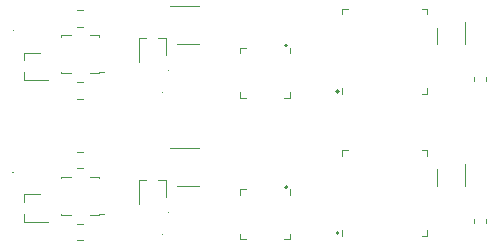
<source format=gbr>
G04 #@! TF.GenerationSoftware,KiCad,Pcbnew,(5.1.6)-1*
G04 #@! TF.CreationDate,2020-08-07T13:14:43+02:00*
G04 #@! TF.ProjectId,panelized,70616e65-6c69-47a6-9564-2e6b69636164,rev?*
G04 #@! TF.SameCoordinates,Original*
G04 #@! TF.FileFunction,Legend,Top*
G04 #@! TF.FilePolarity,Positive*
%FSLAX46Y46*%
G04 Gerber Fmt 4.6, Leading zero omitted, Abs format (unit mm)*
G04 Created by KiCad (PCBNEW (5.1.6)-1) date 2020-08-07 13:14:43*
%MOMM*%
%LPD*%
G01*
G04 APERTURE LIST*
%ADD10C,0.200000*%
%ADD11C,0.120000*%
%ADD12C,0.100000*%
G04 APERTURE END LIST*
D10*
X123250000Y-115700000D02*
G75*
G03*
X123250000Y-115700000I-100000J0D01*
G01*
X127600000Y-119600000D02*
G75*
G03*
X127600000Y-119600000I-100000J0D01*
G01*
X123250000Y-103700000D02*
G75*
G03*
X123250000Y-103700000I-100000J0D01*
G01*
X127600000Y-107600000D02*
G75*
G03*
X127600000Y-107600000I-100000J0D01*
G01*
D11*
X105456422Y-112687000D02*
X105973578Y-112687000D01*
X105456422Y-114107000D02*
X105973578Y-114107000D01*
X105456422Y-118783000D02*
X105973578Y-118783000D01*
X105456422Y-120203000D02*
X105973578Y-120203000D01*
X107315000Y-117945000D02*
X107715000Y-117945000D01*
X104115000Y-114845000D02*
X104115000Y-114945000D01*
X104915000Y-114845000D02*
X104115000Y-114845000D01*
X107315000Y-114845000D02*
X106515000Y-114845000D01*
X107315000Y-114945000D02*
X107315000Y-114845000D01*
X104115000Y-118045000D02*
X104115000Y-117945000D01*
X104915000Y-118045000D02*
X104115000Y-118045000D01*
X107315000Y-118045000D02*
X107315000Y-117945000D01*
X106515000Y-118045000D02*
X107315000Y-118045000D01*
D12*
X113205000Y-117842000D02*
G75*
G03*
X113205000Y-117842000I-50000J0D01*
G01*
D11*
X100921000Y-116961000D02*
X100921000Y-116301000D01*
X100921000Y-118621000D02*
X100921000Y-117961000D01*
X100921000Y-118621000D02*
X102951000Y-118621000D01*
X102331000Y-116301000D02*
X100921000Y-116301000D01*
X139090000Y-118387221D02*
X139090000Y-118712779D01*
X140110000Y-118387221D02*
X140110000Y-118712779D01*
X115750000Y-112390000D02*
X113300000Y-112390000D01*
X113950000Y-115610000D02*
X115750000Y-115610000D01*
X112311000Y-115080000D02*
X112971000Y-115080000D01*
X110651000Y-115080000D02*
X111311000Y-115080000D01*
X110651000Y-115080000D02*
X110651000Y-117110000D01*
X112971000Y-116490000D02*
X112971000Y-115080000D01*
X123460000Y-119635000D02*
X123460000Y-120110000D01*
X123460000Y-120110000D02*
X122985000Y-120110000D01*
X119240000Y-116365000D02*
X119240000Y-115890000D01*
X119240000Y-115890000D02*
X119715000Y-115890000D01*
X119240000Y-119635000D02*
X119240000Y-120110000D01*
X119240000Y-120110000D02*
X119715000Y-120110000D01*
X123460000Y-116365000D02*
X123460000Y-115890000D01*
X127890000Y-113065000D02*
X127890000Y-112590000D01*
X127890000Y-112590000D02*
X128365000Y-112590000D01*
X135110000Y-119335000D02*
X135110000Y-119810000D01*
X135110000Y-119810000D02*
X134635000Y-119810000D01*
X135110000Y-113065000D02*
X135110000Y-112590000D01*
X135110000Y-112590000D02*
X134635000Y-112590000D01*
X127890000Y-119335000D02*
X127890000Y-119810000D01*
D12*
X112699000Y-119700000D02*
G75*
G03*
X112699000Y-119700000I-50000J0D01*
G01*
D11*
X135940000Y-114200000D02*
X135940000Y-115600000D01*
X138260000Y-115600000D02*
X138260000Y-113700000D01*
D12*
X100080000Y-114413000D02*
G75*
G03*
X100080000Y-114413000I-50000J0D01*
G01*
D11*
X105456422Y-100687000D02*
X105973578Y-100687000D01*
X105456422Y-102107000D02*
X105973578Y-102107000D01*
X105456422Y-106783000D02*
X105973578Y-106783000D01*
X105456422Y-108203000D02*
X105973578Y-108203000D01*
X107315000Y-105945000D02*
X107715000Y-105945000D01*
X104115000Y-102845000D02*
X104115000Y-102945000D01*
X104915000Y-102845000D02*
X104115000Y-102845000D01*
X107315000Y-102845000D02*
X106515000Y-102845000D01*
X107315000Y-102945000D02*
X107315000Y-102845000D01*
X104115000Y-106045000D02*
X104115000Y-105945000D01*
X104915000Y-106045000D02*
X104115000Y-106045000D01*
X107315000Y-106045000D02*
X107315000Y-105945000D01*
X106515000Y-106045000D02*
X107315000Y-106045000D01*
D12*
X113205000Y-105842000D02*
G75*
G03*
X113205000Y-105842000I-50000J0D01*
G01*
D11*
X100921000Y-104961000D02*
X100921000Y-104301000D01*
X100921000Y-106621000D02*
X100921000Y-105961000D01*
X100921000Y-106621000D02*
X102951000Y-106621000D01*
X102331000Y-104301000D02*
X100921000Y-104301000D01*
X139090000Y-106387221D02*
X139090000Y-106712779D01*
X140110000Y-106387221D02*
X140110000Y-106712779D01*
X115750000Y-100390000D02*
X113300000Y-100390000D01*
X113950000Y-103610000D02*
X115750000Y-103610000D01*
X112311000Y-103080000D02*
X112971000Y-103080000D01*
X110651000Y-103080000D02*
X111311000Y-103080000D01*
X110651000Y-103080000D02*
X110651000Y-105110000D01*
X112971000Y-104490000D02*
X112971000Y-103080000D01*
X123460000Y-107635000D02*
X123460000Y-108110000D01*
X123460000Y-108110000D02*
X122985000Y-108110000D01*
X119240000Y-104365000D02*
X119240000Y-103890000D01*
X119240000Y-103890000D02*
X119715000Y-103890000D01*
X119240000Y-107635000D02*
X119240000Y-108110000D01*
X119240000Y-108110000D02*
X119715000Y-108110000D01*
X123460000Y-104365000D02*
X123460000Y-103890000D01*
X127890000Y-101065000D02*
X127890000Y-100590000D01*
X127890000Y-100590000D02*
X128365000Y-100590000D01*
X135110000Y-107335000D02*
X135110000Y-107810000D01*
X135110000Y-107810000D02*
X134635000Y-107810000D01*
X135110000Y-101065000D02*
X135110000Y-100590000D01*
X135110000Y-100590000D02*
X134635000Y-100590000D01*
X127890000Y-107335000D02*
X127890000Y-107810000D01*
D12*
X112699000Y-107700000D02*
G75*
G03*
X112699000Y-107700000I-50000J0D01*
G01*
D11*
X135940000Y-102200000D02*
X135940000Y-103600000D01*
X138260000Y-103600000D02*
X138260000Y-101700000D01*
D12*
X100080000Y-102413000D02*
G75*
G03*
X100080000Y-102413000I-50000J0D01*
G01*
M02*

</source>
